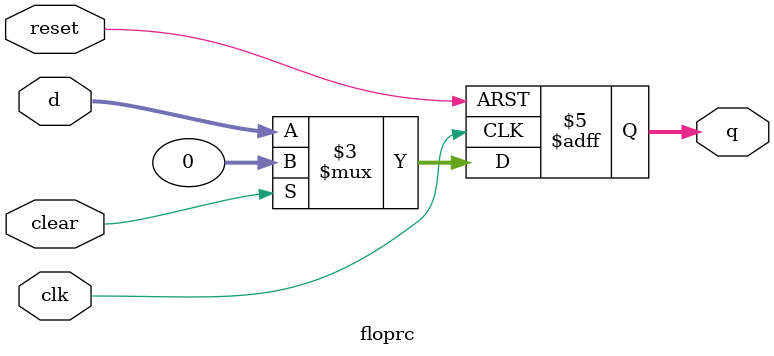
<source format=v>
`timescale 1ns / 1ps

module floprc #(parameter WIDTH=32)(
input clk,reset,clear,
input [WIDTH-1:0] d,
output reg [WIDTH-1:0]q
    );
    
    always @(posedge clk,posedge reset)begin 
        if(reset) q<=0;
        else begin  
            if(clear) q<=0;
            else q<=d;end
    
    end
    
endmodule

</source>
